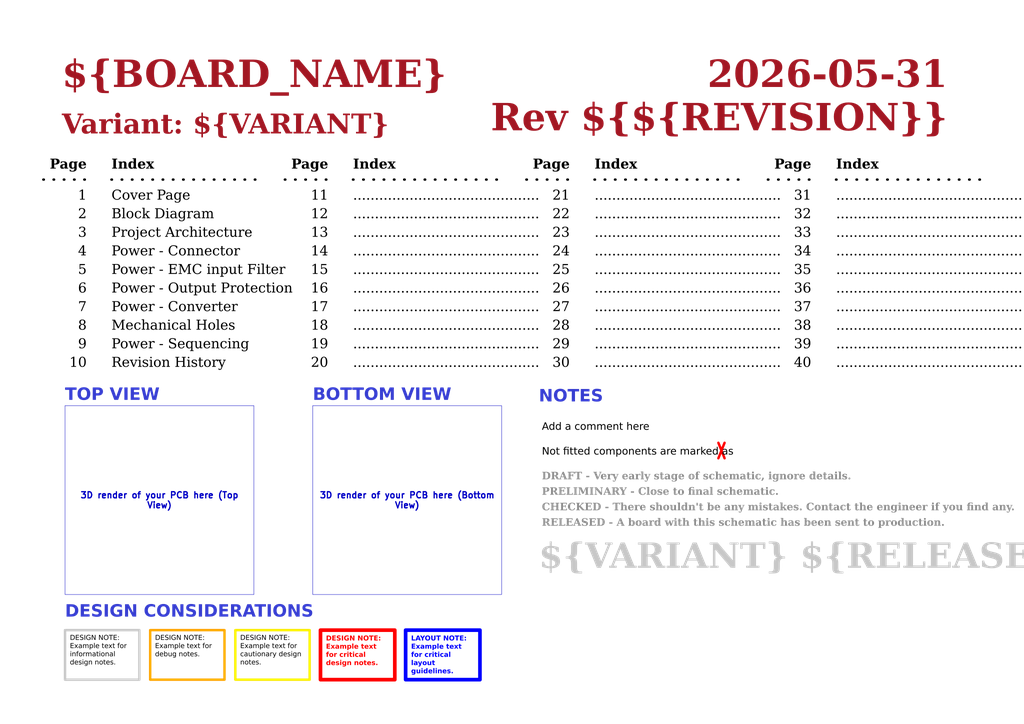
<source format=kicad_sch>
(kicad_sch (version 20230121) (generator eeschema)
  (paper "A3")
  (title_block (title "Cover Page") (date "Last Modified Date") (rev "${REVISION}") (company "${COMPANY}"))
  (lib_symbols)
  (polyline (pts (xy 215.9 73.66) (xy 233.68 73.66)) (stroke (width 1) (type dot) (color 0 0 0 1)))
  (polyline (pts (xy 297.18 181.61) (xy 294.64 187.96)) (stroke (width 1) (color 255 0 0 1)))
  (polyline (pts (xy 45.72 73.66) (xy 106.68 73.66)) (stroke (width 1) (type dot) (color 0 0 0 1)))
  (polyline (pts (xy 342.9 73.66) (xy 403.86 73.66)) (stroke (width 1) (type dot) (color 0 0 0 1)))
  (polyline (pts (xy 243.84 73.66) (xy 304.8 73.66)) (stroke (width 1) (type dot) (color 0 0 0 1)))
  (polyline (pts (xy 116.84 73.66) (xy 134.62 73.66)) (stroke (width 1) (type dot) (color 0 0 0 1)))
  (polyline (pts (xy 17.78 73.66) (xy 35.56 73.66)) (stroke (width 1) (type dot) (color 0 0 0 1)))
  (polyline (pts (xy 294.64 181.61) (xy 297.18 187.96)) (stroke (width 1) (color 255 0 0 1)))
  (polyline (pts (xy 144.78 73.66) (xy 205.74 73.66)) (stroke (width 1) (type dot) (color 0 0 0 1)))
  (polyline (pts (xy 314.96 73.66) (xy 332.74 73.66)) (stroke (width 1) (type dot) (color 0 0 0 1)))
  (text_box "3D render of your PCB here (Bottom View)" (at 128.27 166.37 0) (size 77.47 77.47) (effects (font (size 2.54 2.54) (thickness 0.508) bold)))
  (text_box "3D render of your PCB here (Top View)" (at 26.67 166.37 0) (size 77.47 77.47) (effects (font (size 2.54 2.54) (thickness 0.508) bold)))
  (text_box "Metadata can be set in File → Schematic Setup → Project → Text Variables" (at 8.89 300.99 0) (size 119.38 6.35) (stroke (width -0.0001)) (effects (font (size 2.54 2.54) (thickness 0.381) bold) (justify right top)))
  (text_box "DESIGN NOTE:\nExample text for informational design notes." (at 26.67 258.445 0) (size 30.48 20.32) (stroke (width 1) (color 200 200 200 1)) (effects (font (size 2 2)) (justify left top)))
  (text_box "LAYOUT NOTE:\nExample text for critical layout guidelines." (at 166.37 258.445 0) (size 30.48 20.32) (stroke (width 1.5) (color 0 0 255 1)) (effects (font (size 2 2) (thickness 0.4) bold) (justify left top)))
  (text_box "DESIGN NOTE:\nExample text for cautionary design notes." (at 96.52 258.445 0) (size 30.48 20.32) (stroke (width 1) (color 250 236 0 1)) (effects (font (size 2 2)) (justify left top)))
  (text_box "DESIGN NOTE:\nExample text for debug notes." (at 61.595 258.445 0) (size 30.48 20.32) (stroke (width 1) (color 255 165 0 1)) (effects (font (size 2 2)) (justify left top)))
  (text_box "DESIGN NOTE:\nExample text for critical design notes." (at 131.445 258.445 0) (size 30.48 20.32) (stroke (width 1.5) (color 255 0 0 1)) (effects (font (size 2 2) (thickness 0.4) bold) (justify left top)))
  (text "9" (at 35.56 144.78 0) (effects (font (size 4 4)) (justify right bottom)))
  (text "BOTTOM VIEW" (at 128.27 166.37 0) (effects (font (size 5 5) bold) (justify left bottom)))
  (text "..........................................." (at 243.84 99.06 0) (effects (font (size 4 4)) (justify left bottom)))
  (text "13" (at 134.62 99.06 0) (effects (font (size 4 4)) (justify right bottom)))
  (text "RELEASED - A board with this schematic has been sent to production." (at 222.25 217.17 0) (effects (font (size 3 3) (thickness 0.6) bold) (justify left bottom)))
  (text "Page" (at 332.74 71.12 0) (effects (font (size 4 4) bold) (justify right bottom)))
  (text "TOP VIEW" (at 26.67 166.37 0) (effects (font (size 5 5) bold) (justify left bottom)))
  (text "3" (at 35.56 99.06 0) (effects (font (size 4 4)) (justify right bottom)))
  (text "38" (at 332.74 137.16 0) (effects (font (size 4 4)) (justify right bottom)))
  (text "Revision History" (at 45.72 152.4 0) (effects (font (size 4 4)) (justify left bottom)))
  (text "Power - Sequencing" (at 45.72 144.78 0) (effects (font (size 4 4)) (justify left bottom)))
  (text "Mechanical Holes" (at 45.72 137.16 0) (effects (font (size 4 4)) (justify left bottom)))
  (text "..........................................." (at 144.78 121.92 0) (effects (font (size 4 4)) (justify left bottom)))
  (text "1" (at 35.56 83.82 0) (effects (font (size 4 4)) (justify right bottom)))
  (text "Not fitted components are marked as" (at 222.25 187.96 0) (effects (font (size 3 3)) (justify left bottom)))
  (text "..........................................." (at 243.84 152.4 0) (effects (font (size 4 4)) (justify left bottom)))
  (text "Index" (at 45.72 71.12 0) (effects (font (size 4 4) bold) (justify left bottom)))
  (text "..........................................." (at 144.78 99.06 0) (effects (font (size 4 4)) (justify left bottom)))
  (text "Index" (at 144.78 71.12 0) (effects (font (size 4 4) bold) (justify left bottom)))
  (text "27" (at 233.68 129.54 0) (effects (font (size 4 4)) (justify right bottom)))
  (text "15" (at 134.62 114.3 0) (effects (font (size 4 4)) (justify right bottom)))
  (text "6" (at 35.56 121.92 0) (effects (font (size 4 4)) (justify right bottom)))
  (text "PRELIMINARY - Close to final schematic." (at 222.25 204.47 0) (effects (font (size 3 3) (thickness 0.6) bold) (justify left bottom)))
  (text "24" (at 233.68 106.68 0) (effects (font (size 4 4)) (justify right bottom)))
  (text "${VARIANT} ${RELEASE_DATE}" (at 220.98 237.49 0) (effects (font (size 10.16 10.16) (thickness 0.6) bold) (justify left bottom)))
  (text "Page" (at 35.56 71.12 0) (effects (font (size 4 4) bold) (justify right bottom)))
  (text "Power - Connector" (at 45.72 106.68 0) (effects (font (size 4 4)) (justify left bottom)))
  (text "..........................................." (at 243.84 129.54 0) (effects (font (size 4 4)) (justify left bottom)))
  (text "8" (at 35.56 137.16 0) (effects (font (size 4 4)) (justify right bottom)))
  (text "14" (at 134.62 106.68 0) (effects (font (size 4 4)) (justify right bottom)))
  (text "..........................................." (at 342.9 137.16 0) (effects (font (size 4 4)) (justify left bottom)))
  (text "..........................................." (at 342.9 152.4 0) (effects (font (size 4 4)) (justify left bottom)))
  (text "23" (at 233.68 99.06 0) (effects (font (size 4 4)) (justify right bottom)))
  (text "Index" (at 243.84 71.12 0) (effects (font (size 4 4) bold) (justify left bottom)))
  (text "..........................................." (at 342.9 91.44 0) (effects (font (size 4 4)) (justify left bottom)))
  (text "5" (at 35.56 114.3 0) (effects (font (size 4 4)) (justify right bottom)))
  (text "${CURRENT_DATE}" (at 388.62 40.64 0) (effects (font (size 11 11) (thickness 1) bold) (justify right bottom)))
  (text "26" (at 233.68 121.92 0) (effects (font (size 4 4)) (justify right bottom)))
  (text "16" (at 134.62 121.92 0) (effects (font (size 4 4)) (justify right bottom)))
  (text "10" (at 35.56 152.4 0) (effects (font (size 4 4)) (justify right bottom)))
  (text "35" (at 332.74 114.3 0) (effects (font (size 4 4)) (justify right bottom)))
  (text "18" (at 134.62 137.16 0) (effects (font (size 4 4)) (justify right bottom)))
  (text "33" (at 332.74 99.06 0) (effects (font (size 4 4)) (justify right bottom)))
  (text "Variant: ${VARIANT}" (at 25.4 58.42 0) (effects (font (size 8 8) (thickness 1) bold) (justify left bottom)))
  (text "4" (at 35.56 106.68 0) (effects (font (size 4 4)) (justify right bottom)))
  (text "11" (at 134.62 83.82 0) (effects (font (size 4 4)) (justify right bottom)))
  (text "Rev ${REVISION}" (at 388.62 58.42 0) (effects (font (size 11 11) (thickness 1) bold) (justify right bottom)))
  (text "..........................................." (at 243.84 106.68 0) (effects (font (size 4 4)) (justify left bottom)))
  (text "28" (at 233.68 137.16 0) (effects (font (size 4 4)) (justify right bottom)))
  (text "..........................................." (at 243.84 144.78 0) (effects (font (size 4 4)) (justify left bottom)))
  (text "..........................................." (at 243.84 91.44 0) (effects (font (size 4 4)) (justify left bottom)))
  (text "..........................................." (at 342.9 144.78 0) (effects (font (size 4 4)) (justify left bottom)))
  (text "Power - EMC input Filter" (at 45.72 114.3 0) (effects (font (size 4 4)) (justify left bottom)))
  (text "Page" (at 233.68 71.12 0) (effects (font (size 4 4) bold) (justify right bottom)))
  (text "..........................................." (at 144.78 144.78 0) (effects (font (size 4 4)) (justify left bottom)))
  (text "..........................................." (at 144.78 83.82 0) (effects (font (size 4 4)) (justify left bottom)))
  (text "..........................................." (at 144.78 129.54 0) (effects (font (size 4 4)) (justify left bottom)))
  (text "31" (at 332.74 83.82 0) (effects (font (size 4 4)) (justify right bottom)))
  (text "36" (at 332.74 121.92 0) (effects (font (size 4 4)) (justify right bottom)))
  (text "..........................................." (at 243.84 137.16 0) (effects (font (size 4 4)) (justify left bottom)))
  (text "22" (at 233.68 91.44 0) (effects (font (size 4 4)) (justify right bottom)))
  (text "..........................................." (at 144.78 114.3 0) (effects (font (size 4 4)) (justify left bottom)))
  (text "..........................................." (at 342.9 83.82 0) (effects (font (size 4 4)) (justify left bottom)))
  (text "25" (at 233.68 114.3 0) (effects (font (size 4 4)) (justify right bottom)))
  (text "${BOARD_NAME}" (at 25.4 40.64 0) (effects (font (size 11 11) (thickness 1) bold) (justify left bottom)))
  (text "..........................................." (at 243.84 121.92 0) (effects (font (size 4 4)) (justify left bottom)))
  (text "..........................................." (at 342.9 106.68 0) (effects (font (size 4 4)) (justify left bottom)))
  (text "37" (at 332.74 129.54 0) (effects (font (size 4 4)) (justify right bottom)))
  (text "Page" (at 134.62 71.12 0) (effects (font (size 4 4) bold) (justify right bottom)))
  (text "DRAFT - Very early stage of schematic, ignore details." (at 222.25 198.12 0) (effects (font (size 3 3) (thickness 0.6) bold) (justify left bottom)))
  (text "..........................................." (at 144.78 106.68 0) (effects (font (size 4 4)) (justify left bottom)))
  (text "Index" (at 342.9 71.12 0) (effects (font (size 4 4) bold) (justify left bottom)))
  (text "Power - Output Protection" (at 45.72 121.92 0) (effects (font (size 4 4)) (justify left bottom)))
  (text "..........................................." (at 342.9 121.92 0) (effects (font (size 4 4)) (justify left bottom)))
  (text "..........................................." (at 342.9 114.3 0) (effects (font (size 4 4)) (justify left bottom)))
  (text "Block Diagram" (at 45.72 91.44 0) (effects (font (size 4 4)) (justify left bottom)))
  (text "19" (at 134.62 144.78 0) (effects (font (size 4 4)) (justify right bottom)))
  (text "30" (at 233.68 152.4 0) (effects (font (size 4 4)) (justify right bottom)))
  (text "7" (at 35.56 129.54 0) (effects (font (size 4 4)) (justify right bottom)))
  (text "..........................................." (at 243.84 114.3 0) (effects (font (size 4 4)) (justify left bottom)))
  (text "12" (at 134.62 91.44 0) (effects (font (size 4 4)) (justify right bottom)))
  (text "21" (at 233.68 83.82 0) (effects (font (size 4 4)) (justify right bottom)))
  (text "Add a comment here" (at 222.25 177.8 0) (effects (font (size 3 3)) (justify left bottom)))
  (text "2" (at 35.56 91.44 0) (effects (font (size 4 4)) (justify right bottom)))
  (text "39" (at 332.74 144.78 0) (effects (font (size 4 4)) (justify right bottom)))
  (text "..........................................." (at 144.78 137.16 0) (effects (font (size 4 4)) (justify left bottom)))
  (text "..........................................." (at 342.9 99.06 0) (effects (font (size 4 4)) (justify left bottom)))
  (text "..........................................." (at 144.78 152.4 0) (effects (font (size 4 4)) (justify left bottom)))
  (text "34" (at 332.74 106.68 0) (effects (font (size 4 4)) (justify right bottom)))
  (text "29" (at 233.68 144.78 0) (effects (font (size 4 4)) (justify right bottom)))
  (text "Cover Page" (at 45.72 83.82 0) (effects (font (size 4 4)) (justify left bottom)))
  (text "NOTES" (at 220.98 167.005 0) (effects (font (size 5 5) bold) (justify left bottom)))
  (text "..........................................." (at 144.78 91.44 0) (effects (font (size 4 4)) (justify left bottom)))
  (text "Project Architecture" (at 45.72 99.06 0) (effects (font (size 4 4)) (justify left bottom)))
  (text "CHECKED - There shouldn't be any mistakes. Contact the engineer if you find any." (at 222.25 210.82 0) (effects (font (size 3 3) (thickness 0.6) bold) (justify left bottom)))
  (text "..........................................." (at 243.84 83.82 0) (effects (font (size 4 4)) (justify left bottom)))
  (text "20" (at 134.62 152.4 0) (effects (font (size 4 4)) (justify right bottom)))
  (text "32" (at 332.74 91.44 0) (effects (font (size 4 4)) (justify right bottom)))
  (text "..........................................." (at 342.9 129.54 0) (effects (font (size 4 4)) (justify left bottom)))
  (text "DESIGN CONSIDERATIONS" (at 26.67 255.27 0) (effects (font (size 5 5) bold) (justify left bottom)))
  (text "40" (at 332.74 152.4 0) (effects (font (size 4 4)) (justify right bottom)))
  (text "Power - Converter" (at 45.72 129.54 0) (effects (font (size 4 4)) (justify left bottom)))
  (text "17" (at 134.62 129.54 0) (effects (font (size 4 4)) (justify right bottom)))
  (sheet (at 340.36 313.69) (size 35.56 5.08) (stroke (width 0.1524))
    (property "Sheetname" "Power - Sequencing" (at 340.36 312.6609 0) (effects (font (size 1.905 1.905) bold) (justify left bottom)))
    (property "Sheetfile" "Power - Sequencing.kicad_sch" (at 341.63 314.96 0) (effects (justify left top)))
  )
  (sheet (at 299.72 302.26) (size 35.56 5.08) (stroke (width 0.1524))
    (property "Sheetname" "Block Diagram" (at 299.72 301.2309 0) (effects (font (size 1.905 1.905) bold) (justify left bottom)))
    (property "Sheetfile" "Block Diagram.kicad_sch" (at 300.99 303.53 0) (effects (justify left top)))
  )
  (sheet (at 340.36 302.26) (size 35.56 5.08)
    (property "Sheetname" "Revision History" (at 340.36 300.99 0) (effects (font (size 1.905 1.905) bold) (justify left bottom)))
    (property "Sheetfile" "Revision History.kicad_sch" (at 340.995 303.53 0) (effects (justify left top)))
  )
  (sheet (at 299.72 313.69) (size 35.56 5.08) (stroke (width 0.1524))
    (property "Sheetname" "Project Architecture" (at 299.72 312.6609 0) (effects (font (size 1.905 1.905) bold) (justify left bottom)))
    (property "Sheetfile" "Project Architecture.kicad_sch" (at 300.99 314.96 0) (effects (justify left top)))
  )
)
</source>
